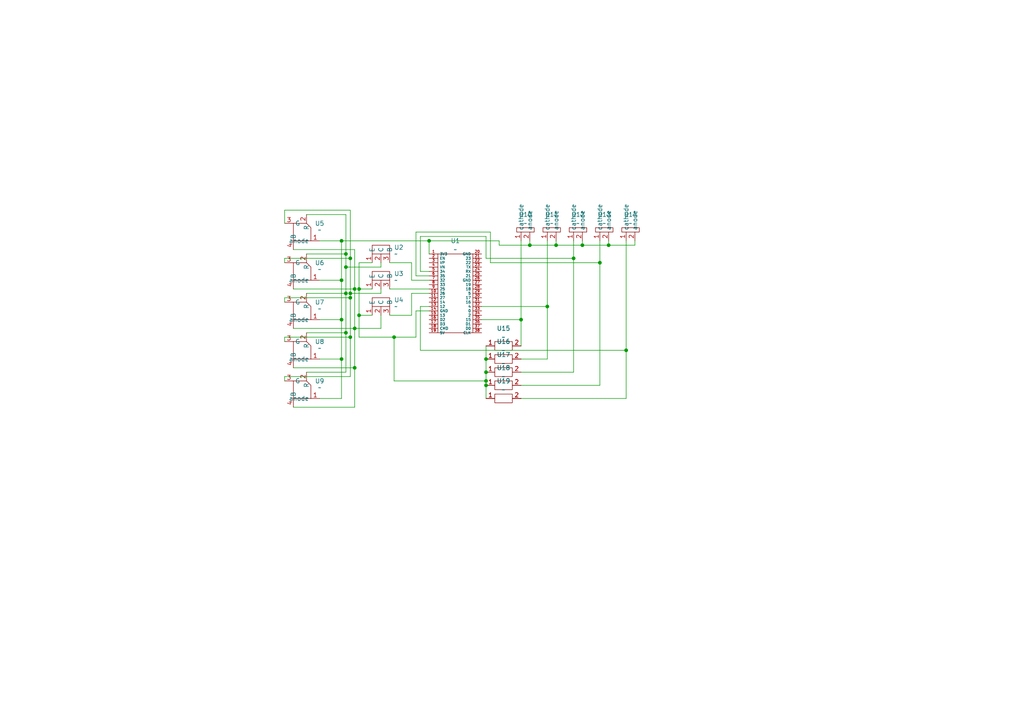
<source format=kicad_sch>
(kicad_sch
	(version 20231120)
	(generator "eeschema")
	(generator_version "8.0")
	(uuid "8e11e312-44c5-4cea-9601-db95228d81a1")
	(paper "A4")
	(lib_symbols
		(symbol "my-library:ESP32-DevKitC-32E"
			(exclude_from_sim no)
			(in_bom yes)
			(on_board yes)
			(property "Reference" "U"
				(at 0 0 0)
				(effects
					(font
						(size 1.27 1.27)
					)
				)
			)
			(property "Value" ""
				(at 0 0 0)
				(effects
					(font
						(size 1.27 1.27)
					)
				)
			)
			(property "Footprint" ""
				(at 0 0 0)
				(effects
					(font
						(size 1.27 1.27)
					)
					(hide yes)
				)
			)
			(property "Datasheet" ""
				(at 0 0 0)
				(effects
					(font
						(size 1.27 1.27)
					)
					(hide yes)
				)
			)
			(property "Description" ""
				(at 0 0 0)
				(effects
					(font
						(size 1.27 1.27)
					)
					(hide yes)
				)
			)
			(symbol "ESP32-DevKitC-32E_0_1"
				(rectangle
					(start -5.08 -11.43)
					(end 5.08 -11.43)
					(stroke
						(width 0)
						(type default)
					)
					(fill
						(type none)
					)
				)
				(rectangle
					(start -5.08 11.43)
					(end -5.08 -11.43)
					(stroke
						(width 0)
						(type default)
					)
					(fill
						(type none)
					)
				)
				(rectangle
					(start -5.08 11.43)
					(end 5.08 11.43)
					(stroke
						(width 0)
						(type default)
					)
					(fill
						(type none)
					)
				)
				(rectangle
					(start 5.08 11.43)
					(end 5.08 -11.43)
					(stroke
						(width 0)
						(type default)
					)
					(fill
						(type none)
					)
				)
			)
			(symbol "ESP32-DevKitC-32E_1_1"
				(pin passive line
					(at -7.62 11.43 0)
					(length 2.54)
					(name "3V3"
						(effects
							(font
								(size 0.762 0.762)
							)
						)
					)
					(number "1"
						(effects
							(font
								(size 0.762 0.762)
							)
						)
					)
				)
				(pin passive line
					(at -7.62 0 0)
					(length 2.54)
					(name "26"
						(effects
							(font
								(size 0.762 0.762)
							)
						)
					)
					(number "10"
						(effects
							(font
								(size 0.762 0.762)
							)
						)
					)
				)
				(pin passive line
					(at -7.62 -1.27 0)
					(length 2.54)
					(name "27"
						(effects
							(font
								(size 0.762 0.762)
							)
						)
					)
					(number "11"
						(effects
							(font
								(size 0.762 0.762)
							)
						)
					)
				)
				(pin passive line
					(at -7.62 -2.54 0)
					(length 2.54)
					(name "14"
						(effects
							(font
								(size 0.762 0.762)
							)
						)
					)
					(number "12"
						(effects
							(font
								(size 0.762 0.762)
							)
						)
					)
				)
				(pin passive line
					(at -7.62 -3.81 0)
					(length 2.54)
					(name "12"
						(effects
							(font
								(size 0.762 0.762)
							)
						)
					)
					(number "13"
						(effects
							(font
								(size 0.762 0.762)
							)
						)
					)
				)
				(pin passive line
					(at -7.62 -5.08 0)
					(length 2.54)
					(name "GND"
						(effects
							(font
								(size 0.762 0.762)
							)
						)
					)
					(number "14"
						(effects
							(font
								(size 0.762 0.762)
							)
						)
					)
				)
				(pin passive line
					(at -7.62 -6.35 0)
					(length 2.54)
					(name "13"
						(effects
							(font
								(size 0.762 0.762)
							)
						)
					)
					(number "15"
						(effects
							(font
								(size 0.762 0.762)
							)
						)
					)
				)
				(pin passive line
					(at -7.62 -7.62 0)
					(length 2.54)
					(name "D2"
						(effects
							(font
								(size 0.762 0.762)
							)
						)
					)
					(number "16"
						(effects
							(font
								(size 0.762 0.762)
							)
						)
					)
				)
				(pin passive line
					(at -7.62 -8.89 0)
					(length 2.54)
					(name "D3"
						(effects
							(font
								(size 0.762 0.762)
							)
						)
					)
					(number "17"
						(effects
							(font
								(size 0.762 0.762)
							)
						)
					)
				)
				(pin passive line
					(at -7.62 -10.16 0)
					(length 2.54)
					(name "CMD"
						(effects
							(font
								(size 0.762 0.762)
							)
						)
					)
					(number "18"
						(effects
							(font
								(size 0.762 0.762)
							)
						)
					)
				)
				(pin passive line
					(at -7.62 -11.43 0)
					(length 2.54)
					(name "5V"
						(effects
							(font
								(size 0.762 0.762)
							)
						)
					)
					(number "19"
						(effects
							(font
								(size 0.762 0.762)
							)
						)
					)
				)
				(pin passive line
					(at -7.62 10.16 0)
					(length 2.54)
					(name "EN"
						(effects
							(font
								(size 0.762 0.762)
							)
						)
					)
					(number "2"
						(effects
							(font
								(size 0.762 0.762)
							)
						)
					)
				)
				(pin passive line
					(at 7.62 11.43 180)
					(length 2.54)
					(name "GND"
						(effects
							(font
								(size 0.762 0.762)
							)
						)
					)
					(number "20"
						(effects
							(font
								(size 0.762 0.762)
							)
						)
					)
				)
				(pin passive line
					(at 7.62 10.16 180)
					(length 2.54)
					(name "23"
						(effects
							(font
								(size 0.762 0.762)
							)
						)
					)
					(number "21"
						(effects
							(font
								(size 0.762 0.762)
							)
						)
					)
				)
				(pin passive line
					(at 7.62 8.89 180)
					(length 2.54)
					(name "22"
						(effects
							(font
								(size 0.762 0.762)
							)
						)
					)
					(number "22"
						(effects
							(font
								(size 0.762 0.762)
							)
						)
					)
				)
				(pin passive line
					(at 7.62 7.62 180)
					(length 2.54)
					(name "TX"
						(effects
							(font
								(size 0.762 0.762)
							)
						)
					)
					(number "23"
						(effects
							(font
								(size 0.762 0.762)
							)
						)
					)
				)
				(pin passive line
					(at 7.62 6.35 180)
					(length 2.54)
					(name "RX"
						(effects
							(font
								(size 0.762 0.762)
							)
						)
					)
					(number "24"
						(effects
							(font
								(size 0.762 0.762)
							)
						)
					)
				)
				(pin passive line
					(at 7.62 5.08 180)
					(length 2.54)
					(name "21"
						(effects
							(font
								(size 0.762 0.762)
							)
						)
					)
					(number "25"
						(effects
							(font
								(size 0.762 0.762)
							)
						)
					)
				)
				(pin passive line
					(at 7.62 3.81 180)
					(length 2.54)
					(name "GND"
						(effects
							(font
								(size 0.762 0.762)
							)
						)
					)
					(number "26"
						(effects
							(font
								(size 0.762 0.762)
							)
						)
					)
				)
				(pin passive line
					(at 7.62 2.54 180)
					(length 2.54)
					(name "19"
						(effects
							(font
								(size 0.762 0.762)
							)
						)
					)
					(number "27"
						(effects
							(font
								(size 0.762 0.762)
							)
						)
					)
				)
				(pin passive line
					(at 7.62 1.27 180)
					(length 2.54)
					(name "18"
						(effects
							(font
								(size 0.762 0.762)
							)
						)
					)
					(number "28"
						(effects
							(font
								(size 0.762 0.762)
							)
						)
					)
				)
				(pin passive line
					(at 7.62 0 180)
					(length 2.54)
					(name "5"
						(effects
							(font
								(size 0.762 0.762)
							)
						)
					)
					(number "29"
						(effects
							(font
								(size 0.762 0.762)
							)
						)
					)
				)
				(pin passive line
					(at -7.62 8.89 0)
					(length 2.54)
					(name "VP"
						(effects
							(font
								(size 0.762 0.762)
							)
						)
					)
					(number "3"
						(effects
							(font
								(size 0.762 0.762)
							)
						)
					)
				)
				(pin passive line
					(at 7.62 -1.27 180)
					(length 2.54)
					(name "17"
						(effects
							(font
								(size 0.762 0.762)
							)
						)
					)
					(number "30"
						(effects
							(font
								(size 0.762 0.762)
							)
						)
					)
				)
				(pin passive line
					(at 7.62 -2.54 180)
					(length 2.54)
					(name "16"
						(effects
							(font
								(size 0.762 0.762)
							)
						)
					)
					(number "31"
						(effects
							(font
								(size 0.762 0.762)
							)
						)
					)
				)
				(pin passive line
					(at 7.62 -3.81 180)
					(length 2.54)
					(name "4"
						(effects
							(font
								(size 0.762 0.762)
							)
						)
					)
					(number "32"
						(effects
							(font
								(size 0.762 0.762)
							)
						)
					)
				)
				(pin passive line
					(at 7.62 -5.08 180)
					(length 2.54)
					(name "0"
						(effects
							(font
								(size 0.762 0.762)
							)
						)
					)
					(number "33"
						(effects
							(font
								(size 0.762 0.762)
							)
						)
					)
				)
				(pin passive line
					(at 7.62 -6.35 180)
					(length 2.54)
					(name "2"
						(effects
							(font
								(size 0.762 0.762)
							)
						)
					)
					(number "34"
						(effects
							(font
								(size 0.762 0.762)
							)
						)
					)
				)
				(pin passive line
					(at 7.62 -7.62 180)
					(length 2.54)
					(name "15"
						(effects
							(font
								(size 0.762 0.762)
							)
						)
					)
					(number "35"
						(effects
							(font
								(size 0.762 0.762)
							)
						)
					)
				)
				(pin passive line
					(at 7.62 -8.89 180)
					(length 2.54)
					(name "D1"
						(effects
							(font
								(size 0.762 0.762)
							)
						)
					)
					(number "36"
						(effects
							(font
								(size 0.762 0.762)
							)
						)
					)
				)
				(pin passive line
					(at 7.62 -10.16 180)
					(length 2.54)
					(name "D0"
						(effects
							(font
								(size 0.762 0.762)
							)
						)
					)
					(number "37"
						(effects
							(font
								(size 0.762 0.762)
							)
						)
					)
				)
				(pin passive line
					(at 7.62 -11.43 180)
					(length 2.54)
					(name "CLK"
						(effects
							(font
								(size 0.762 0.762)
							)
						)
					)
					(number "38"
						(effects
							(font
								(size 0.762 0.762)
							)
						)
					)
				)
				(pin passive line
					(at -7.62 7.62 0)
					(length 2.54)
					(name "VN"
						(effects
							(font
								(size 0.762 0.762)
							)
						)
					)
					(number "4"
						(effects
							(font
								(size 0.762 0.762)
							)
						)
					)
				)
				(pin passive line
					(at -7.62 6.35 0)
					(length 2.54)
					(name "34"
						(effects
							(font
								(size 0.762 0.762)
							)
						)
					)
					(number "5"
						(effects
							(font
								(size 0.762 0.762)
							)
						)
					)
				)
				(pin passive line
					(at -7.62 5.08 0)
					(length 2.54)
					(name "35"
						(effects
							(font
								(size 0.762 0.762)
							)
						)
					)
					(number "6"
						(effects
							(font
								(size 0.762 0.762)
							)
						)
					)
				)
				(pin passive line
					(at -7.62 3.81 0)
					(length 2.54)
					(name "32"
						(effects
							(font
								(size 0.762 0.762)
							)
						)
					)
					(number "7"
						(effects
							(font
								(size 0.762 0.762)
							)
						)
					)
				)
				(pin passive line
					(at -7.62 2.54 0)
					(length 2.54)
					(name "33"
						(effects
							(font
								(size 0.762 0.762)
							)
						)
					)
					(number "8"
						(effects
							(font
								(size 0.762 0.762)
							)
						)
					)
				)
				(pin passive line
					(at -7.62 1.27 0)
					(length 2.54)
					(name "25"
						(effects
							(font
								(size 0.762 0.762)
							)
						)
					)
					(number "9"
						(effects
							(font
								(size 0.762 0.762)
							)
						)
					)
				)
			)
		)
		(symbol "my-library:OSTBMAZ2C1D-LED"
			(exclude_from_sim no)
			(in_bom yes)
			(on_board yes)
			(property "Reference" "U"
				(at 0 0 0)
				(effects
					(font
						(size 1.27 1.27)
					)
				)
			)
			(property "Value" ""
				(at 0 0 0)
				(effects
					(font
						(size 1.27 1.27)
					)
				)
			)
			(property "Footprint" ""
				(at 0 0 0)
				(effects
					(font
						(size 1.27 1.27)
					)
					(hide yes)
				)
			)
			(property "Datasheet" ""
				(at 0 0 0)
				(effects
					(font
						(size 1.27 1.27)
					)
					(hide yes)
				)
			)
			(property "Description" ""
				(at 0 0 0)
				(effects
					(font
						(size 1.27 1.27)
					)
					(hide yes)
				)
			)
			(symbol "OSTBMAZ2C1D-LED_0_1"
				(polyline
					(pts
						(xy -2.54 2.54) (xy -2.54 -2.54) (xy 2.54 -2.54) (xy 2.54 1.27) (xy 1.27 2.54) (xy -2.54 2.54)
					)
					(stroke
						(width 0)
						(type default)
					)
					(fill
						(type none)
					)
				)
			)
			(symbol "OSTBMAZ2C1D-LED_1_1"
				(pin passive line
					(at 5.08 -2.54 180)
					(length 2.54)
					(name "anode"
						(effects
							(font
								(size 1.27 1.27)
							)
						)
					)
					(number "1"
						(effects
							(font
								(size 1.27 1.27)
							)
						)
					)
				)
				(pin passive line
					(at 1.27 5.08 270)
					(length 2.54)
					(name "R"
						(effects
							(font
								(size 1.27 1.27)
							)
						)
					)
					(number "2"
						(effects
							(font
								(size 1.27 1.27)
							)
						)
					)
				)
				(pin passive line
					(at -5.08 2.54 0)
					(length 2.54)
					(name "G"
						(effects
							(font
								(size 1.27 1.27)
							)
						)
					)
					(number "3"
						(effects
							(font
								(size 1.27 1.27)
							)
						)
					)
				)
				(pin passive line
					(at -2.54 -5.08 90)
					(length 2.54)
					(name "B"
						(effects
							(font
								(size 1.27 1.27)
							)
						)
					)
					(number "4"
						(effects
							(font
								(size 1.27 1.27)
							)
						)
					)
				)
			)
		)
		(symbol "my-library:resistance"
			(exclude_from_sim no)
			(in_bom yes)
			(on_board yes)
			(property "Reference" "U"
				(at 0 0 0)
				(effects
					(font
						(size 1.27 1.27)
					)
				)
			)
			(property "Value" ""
				(at 0 0 0)
				(effects
					(font
						(size 1.27 1.27)
					)
				)
			)
			(property "Footprint" ""
				(at 0 0 0)
				(effects
					(font
						(size 1.27 1.27)
					)
					(hide yes)
				)
			)
			(property "Datasheet" ""
				(at 0 0 0)
				(effects
					(font
						(size 1.27 1.27)
					)
					(hide yes)
				)
			)
			(property "Description" ""
				(at 0 0 0)
				(effects
					(font
						(size 1.27 1.27)
					)
					(hide yes)
				)
			)
			(symbol "resistance_0_1"
				(rectangle
					(start -2.54 1.27)
					(end 2.54 -1.27)
					(stroke
						(width 0)
						(type default)
					)
					(fill
						(type none)
					)
				)
			)
			(symbol "resistance_1_1"
				(pin passive line
					(at -5.08 0 0)
					(length 2.54)
					(name ""
						(effects
							(font
								(size 1.27 1.27)
							)
						)
					)
					(number "1"
						(effects
							(font
								(size 1.27 1.27)
							)
						)
					)
				)
				(pin passive line
					(at 5.08 0 180)
					(length 2.54)
					(name ""
						(effects
							(font
								(size 1.27 1.27)
							)
						)
					)
					(number "2"
						(effects
							(font
								(size 1.27 1.27)
							)
						)
					)
				)
			)
		)
		(symbol "my-library:トランジスタ"
			(exclude_from_sim no)
			(in_bom yes)
			(on_board yes)
			(property "Reference" "U"
				(at 0 0 0)
				(effects
					(font
						(size 1.27 1.27)
					)
				)
			)
			(property "Value" ""
				(at 0 0 0)
				(effects
					(font
						(size 1.27 1.27)
					)
				)
			)
			(property "Footprint" ""
				(at 0 0 0)
				(effects
					(font
						(size 1.27 1.27)
					)
					(hide yes)
				)
			)
			(property "Datasheet" ""
				(at 0 0 0)
				(effects
					(font
						(size 1.27 1.27)
					)
					(hide yes)
				)
			)
			(property "Description" ""
				(at 0 0 0)
				(effects
					(font
						(size 1.27 1.27)
					)
					(hide yes)
				)
			)
			(symbol "トランジスタ_0_1"
				(rectangle
					(start -2.54 1.27)
					(end 2.54 -1.27)
					(stroke
						(width 0)
						(type default)
					)
					(fill
						(type none)
					)
				)
			)
			(symbol "トランジスタ_1_1"
				(pin passive line
					(at -2.54 -3.81 90)
					(length 2.54)
					(name "E"
						(effects
							(font
								(size 1.27 1.27)
							)
						)
					)
					(number "1"
						(effects
							(font
								(size 1.27 1.27)
							)
						)
					)
				)
				(pin passive line
					(at 0 -3.81 90)
					(length 2.54)
					(name "C"
						(effects
							(font
								(size 1.27 1.27)
							)
						)
					)
					(number "2"
						(effects
							(font
								(size 1.27 1.27)
							)
						)
					)
				)
				(pin passive line
					(at 2.54 -3.81 90)
					(length 2.54)
					(name "B"
						(effects
							(font
								(size 1.27 1.27)
							)
						)
					)
					(number "3"
						(effects
							(font
								(size 1.27 1.27)
							)
						)
					)
				)
			)
		)
		(symbol "my-library:フォトトランジスタ"
			(exclude_from_sim no)
			(in_bom yes)
			(on_board yes)
			(property "Reference" "U"
				(at 0 0 0)
				(effects
					(font
						(size 1.27 1.27)
					)
				)
			)
			(property "Value" ""
				(at 0 0 0)
				(effects
					(font
						(size 1.27 1.27)
					)
				)
			)
			(property "Footprint" ""
				(at 0 0 0)
				(effects
					(font
						(size 1.27 1.27)
					)
					(hide yes)
				)
			)
			(property "Datasheet" ""
				(at 0 0 0)
				(effects
					(font
						(size 1.27 1.27)
					)
					(hide yes)
				)
			)
			(property "Description" ""
				(at 0 0 0)
				(effects
					(font
						(size 1.27 1.27)
					)
					(hide yes)
				)
			)
			(symbol "フォトトランジスタ_0_1"
				(rectangle
					(start -2.54 3.81)
					(end 2.54 2.54)
					(stroke
						(width 0)
						(type default)
					)
					(fill
						(type none)
					)
				)
			)
			(symbol "フォトトランジスタ_1_1"
				(pin passive line
					(at -1.27 0 90)
					(length 2.54)
					(name "cathode"
						(effects
							(font
								(size 1.27 1.27)
							)
						)
					)
					(number "1"
						(effects
							(font
								(size 1.27 1.27)
							)
						)
					)
				)
				(pin passive line
					(at 1.27 0 90)
					(length 2.54)
					(name "anode"
						(effects
							(font
								(size 1.27 1.27)
							)
						)
					)
					(number "2"
						(effects
							(font
								(size 1.27 1.27)
							)
						)
					)
				)
			)
		)
	)
	(junction
		(at 101.6 97.79)
		(diameter 0)
		(color 0 0 0 0)
		(uuid "020c6279-daf9-4e8c-91cc-538d9a45ce45")
	)
	(junction
		(at 181.61 101.6)
		(diameter 0)
		(color 0 0 0 0)
		(uuid "069c772e-ba96-431c-9ac1-b75a1a4ec6b1")
	)
	(junction
		(at 161.29 71.12)
		(diameter 0)
		(color 0 0 0 0)
		(uuid "0df3ad1a-cf6b-49d0-bc9a-8ab3af1a412a")
	)
	(junction
		(at 153.67 71.12)
		(diameter 0)
		(color 0 0 0 0)
		(uuid "150a51a1-c0a6-4591-a7eb-173eebcfd342")
	)
	(junction
		(at 151.13 92.71)
		(diameter 0)
		(color 0 0 0 0)
		(uuid "3119befe-1f7e-4c11-8b68-d7f27d29c52b")
	)
	(junction
		(at 114.3 97.79)
		(diameter 0)
		(color 0 0 0 0)
		(uuid "357da7d0-9470-437b-a385-ffa823108d53")
	)
	(junction
		(at 99.06 92.71)
		(diameter 0)
		(color 0 0 0 0)
		(uuid "3be76239-7f77-4eee-b4fb-6cd4658a823b")
	)
	(junction
		(at 173.99 76.2)
		(diameter 0)
		(color 0 0 0 0)
		(uuid "3fd0fc6e-743b-4a1a-879a-8d75317ca4ef")
	)
	(junction
		(at 101.6 74.93)
		(diameter 0)
		(color 0 0 0 0)
		(uuid "44528a1c-8834-4424-afd2-729b7763b5aa")
	)
	(junction
		(at 166.37 74.93)
		(diameter 0)
		(color 0 0 0 0)
		(uuid "493d4d26-639f-47ef-bb30-3072c003ecf0")
	)
	(junction
		(at 99.06 81.28)
		(diameter 0)
		(color 0 0 0 0)
		(uuid "4fa655f5-c9ef-4fdf-91f2-e176fa82daea")
	)
	(junction
		(at 140.97 111.76)
		(diameter 0)
		(color 0 0 0 0)
		(uuid "60f0ba97-dd02-476a-a8bc-3b54c07ea796")
	)
	(junction
		(at 140.97 107.95)
		(diameter 0)
		(color 0 0 0 0)
		(uuid "679a8cc4-e66d-4adf-b34c-932a69ca48f1")
	)
	(junction
		(at 176.53 71.12)
		(diameter 0)
		(color 0 0 0 0)
		(uuid "707e6e56-a582-44aa-b477-c955ab1a8abc")
	)
	(junction
		(at 100.33 73.66)
		(diameter 0)
		(color 0 0 0 0)
		(uuid "71adcd6c-9b74-458b-9b7a-ade1b5298e2d")
	)
	(junction
		(at 102.87 83.82)
		(diameter 0)
		(color 0 0 0 0)
		(uuid "7338edb0-4174-4040-bdac-a95b06978ab3")
	)
	(junction
		(at 102.87 106.68)
		(diameter 0)
		(color 0 0 0 0)
		(uuid "7d8079b1-9202-4dba-ab20-cfe743f40f8f")
	)
	(junction
		(at 140.97 110.49)
		(diameter 0)
		(color 0 0 0 0)
		(uuid "7fce5495-cdd3-4021-8d1f-92859b277f60")
	)
	(junction
		(at 102.87 95.25)
		(diameter 0)
		(color 0 0 0 0)
		(uuid "861665d6-c304-42dd-8e45-51dbbb984d03")
	)
	(junction
		(at 100.33 85.09)
		(diameter 0)
		(color 0 0 0 0)
		(uuid "a0ef8fbc-12f8-40cc-b022-174af53837be")
	)
	(junction
		(at 104.14 83.82)
		(diameter 0)
		(color 0 0 0 0)
		(uuid "aaef4e6d-2930-426e-86b5-dd6fae6c363b")
	)
	(junction
		(at 100.33 96.52)
		(diameter 0)
		(color 0 0 0 0)
		(uuid "afb04521-822d-4582-a767-dc983eaaf93e")
	)
	(junction
		(at 99.06 104.14)
		(diameter 0)
		(color 0 0 0 0)
		(uuid "aff8243e-3f3a-4a52-bfa1-8c81fe61ab10")
	)
	(junction
		(at 99.06 69.85)
		(diameter 0)
		(color 0 0 0 0)
		(uuid "b3ea12e2-bfd2-439a-8fd9-f1cbf383c0fa")
	)
	(junction
		(at 100.33 77.47)
		(diameter 0)
		(color 0 0 0 0)
		(uuid "c037899c-064a-40d0-aff3-d9653f39161e")
	)
	(junction
		(at 158.75 88.9)
		(diameter 0)
		(color 0 0 0 0)
		(uuid "d3dbd82f-d5ab-4162-8e11-03877deab4f5")
	)
	(junction
		(at 101.6 86.36)
		(diameter 0)
		(color 0 0 0 0)
		(uuid "ea8fa6e3-ed8b-4a2b-9f8f-8c5fdeed54b3")
	)
	(junction
		(at 104.14 91.44)
		(diameter 0)
		(color 0 0 0 0)
		(uuid "efc2d1f4-0b00-4586-b9bb-cdb2e2772e04")
	)
	(junction
		(at 124.46 69.85)
		(diameter 0)
		(color 0 0 0 0)
		(uuid "f424f7fd-f91e-49bc-ad92-b90d42b40e99")
	)
	(junction
		(at 101.6 85.09)
		(diameter 0)
		(color 0 0 0 0)
		(uuid "f93b4723-4645-44eb-addc-c93aa442a134")
	)
	(junction
		(at 168.91 71.12)
		(diameter 0)
		(color 0 0 0 0)
		(uuid "fb7ef030-afa8-410d-bb99-997aa82cb26e")
	)
	(junction
		(at 140.97 104.14)
		(diameter 0)
		(color 0 0 0 0)
		(uuid "fd300bcd-c6b2-462b-8bb6-2e1971c8a78c")
	)
	(wire
		(pts
			(xy 121.92 68.58) (xy 121.92 78.74)
		)
		(stroke
			(width 0)
			(type default)
		)
		(uuid "0012452c-36f7-446f-ad63-d5f8951f485a")
	)
	(wire
		(pts
			(xy 144.78 69.85) (xy 144.78 71.12)
		)
		(stroke
			(width 0)
			(type default)
		)
		(uuid "003a61dd-cf5e-4f0b-a6d7-1446bcbc32ba")
	)
	(wire
		(pts
			(xy 119.38 81.28) (xy 119.38 76.2)
		)
		(stroke
			(width 0)
			(type default)
		)
		(uuid "0173da7f-3592-4010-90b2-3171fc509ef7")
	)
	(wire
		(pts
			(xy 168.91 69.85) (xy 168.91 71.12)
		)
		(stroke
			(width 0)
			(type default)
		)
		(uuid "024d0ead-0e48-4c65-8514-30c33fd5ddb1")
	)
	(wire
		(pts
			(xy 119.38 91.44) (xy 113.03 91.44)
		)
		(stroke
			(width 0)
			(type default)
		)
		(uuid "04b5bc50-363c-4ddf-a088-26f3a3ac401f")
	)
	(wire
		(pts
			(xy 99.06 115.57) (xy 92.71 115.57)
		)
		(stroke
			(width 0)
			(type default)
		)
		(uuid "06055aa8-8e96-43a7-851f-cef273143f9c")
	)
	(wire
		(pts
			(xy 140.97 74.93) (xy 140.97 68.58)
		)
		(stroke
			(width 0)
			(type default)
		)
		(uuid "089f27e5-9528-4e9d-b9fd-a0506b604b1d")
	)
	(wire
		(pts
			(xy 100.33 85.09) (xy 88.9 85.09)
		)
		(stroke
			(width 0)
			(type default)
		)
		(uuid "0b9cb4cf-22fe-4b05-881c-cad212ae7e74")
	)
	(wire
		(pts
			(xy 104.14 91.44) (xy 104.14 83.82)
		)
		(stroke
			(width 0)
			(type default)
		)
		(uuid "0d93549c-b07d-4f0d-9646-2ff3f68d79fb")
	)
	(wire
		(pts
			(xy 140.97 107.95) (xy 140.97 110.49)
		)
		(stroke
			(width 0)
			(type default)
		)
		(uuid "11f4903a-059c-4a1a-997a-8b293b3f8a32")
	)
	(wire
		(pts
			(xy 140.97 111.76) (xy 140.97 115.57)
		)
		(stroke
			(width 0)
			(type default)
		)
		(uuid "14c95da6-d643-477b-8ac8-e7cf409f6d7a")
	)
	(wire
		(pts
			(xy 173.99 76.2) (xy 142.24 76.2)
		)
		(stroke
			(width 0)
			(type default)
		)
		(uuid "15aa5ba2-f16e-4c72-81bf-176b1c46552c")
	)
	(wire
		(pts
			(xy 100.33 77.47) (xy 100.33 85.09)
		)
		(stroke
			(width 0)
			(type default)
		)
		(uuid "15e65913-d324-40af-9ff2-01322c3e062b")
	)
	(wire
		(pts
			(xy 161.29 69.85) (xy 161.29 71.12)
		)
		(stroke
			(width 0)
			(type default)
		)
		(uuid "16bd39b2-6c69-4beb-a55c-c1fad0c4cc65")
	)
	(wire
		(pts
			(xy 99.06 104.14) (xy 99.06 115.57)
		)
		(stroke
			(width 0)
			(type default)
		)
		(uuid "17539e53-35a3-4625-b08e-ca222a70f7ee")
	)
	(wire
		(pts
			(xy 82.55 60.96) (xy 82.55 64.77)
		)
		(stroke
			(width 0)
			(type default)
		)
		(uuid "18037c25-c582-4217-a186-cc820baa80fa")
	)
	(wire
		(pts
			(xy 181.61 69.85) (xy 181.61 101.6)
		)
		(stroke
			(width 0)
			(type default)
		)
		(uuid "18a68178-7eb9-4fcf-926a-bcc9bb27caa6")
	)
	(wire
		(pts
			(xy 124.46 69.85) (xy 144.78 69.85)
		)
		(stroke
			(width 0)
			(type default)
		)
		(uuid "1b8032dd-71da-4f9c-ae3b-5b4a4cd349a3")
	)
	(wire
		(pts
			(xy 101.6 109.22) (xy 82.55 109.22)
		)
		(stroke
			(width 0)
			(type default)
		)
		(uuid "215b7b73-f955-4acb-847d-6b8b13edd503")
	)
	(wire
		(pts
			(xy 166.37 74.93) (xy 166.37 107.95)
		)
		(stroke
			(width 0)
			(type default)
		)
		(uuid "2456ff58-101d-4402-8c63-10d8ad461841")
	)
	(wire
		(pts
			(xy 114.3 97.79) (xy 104.14 97.79)
		)
		(stroke
			(width 0)
			(type default)
		)
		(uuid "28b89209-1ff9-4f33-b99d-d60ca13c0db3")
	)
	(wire
		(pts
			(xy 110.49 76.2) (xy 110.49 77.47)
		)
		(stroke
			(width 0)
			(type default)
		)
		(uuid "28dfd3e3-6687-4762-879f-1ec5fef085b5")
	)
	(wire
		(pts
			(xy 151.13 92.71) (xy 151.13 100.33)
		)
		(stroke
			(width 0)
			(type default)
		)
		(uuid "2e632670-2095-4b62-bf4b-497ae6e386bd")
	)
	(wire
		(pts
			(xy 82.55 86.36) (xy 82.55 87.63)
		)
		(stroke
			(width 0)
			(type default)
		)
		(uuid "2f893527-6789-43c7-8a66-e78da118fa1d")
	)
	(wire
		(pts
			(xy 100.33 73.66) (xy 100.33 77.47)
		)
		(stroke
			(width 0)
			(type default)
		)
		(uuid "31c89862-f44a-4052-a2c6-77297f2ce553")
	)
	(wire
		(pts
			(xy 99.06 104.14) (xy 92.71 104.14)
		)
		(stroke
			(width 0)
			(type default)
		)
		(uuid "32167b1c-372c-42dd-b3ef-e438b661cf61")
	)
	(wire
		(pts
			(xy 99.06 81.28) (xy 92.71 81.28)
		)
		(stroke
			(width 0)
			(type default)
		)
		(uuid "3261c71c-2475-4ed7-a823-1fbb78b51d6d")
	)
	(wire
		(pts
			(xy 158.75 88.9) (xy 158.75 104.14)
		)
		(stroke
			(width 0)
			(type default)
		)
		(uuid "33da7f72-00bf-46f5-ae9d-2de17a779ab0")
	)
	(wire
		(pts
			(xy 104.14 83.82) (xy 107.95 83.82)
		)
		(stroke
			(width 0)
			(type default)
		)
		(uuid "3537b3f4-4da4-4527-aaff-680a14690be5")
	)
	(wire
		(pts
			(xy 100.33 107.95) (xy 88.9 107.95)
		)
		(stroke
			(width 0)
			(type default)
		)
		(uuid "3573f7a8-93cd-4e72-acad-e82e57aa342c")
	)
	(wire
		(pts
			(xy 166.37 74.93) (xy 140.97 74.93)
		)
		(stroke
			(width 0)
			(type default)
		)
		(uuid "36546f8b-79ad-42d3-ad36-6711ad64174c")
	)
	(wire
		(pts
			(xy 101.6 85.09) (xy 101.6 74.93)
		)
		(stroke
			(width 0)
			(type default)
		)
		(uuid "393b160a-822f-4b63-b307-df98d56fbdc0")
	)
	(wire
		(pts
			(xy 102.87 83.82) (xy 102.87 72.39)
		)
		(stroke
			(width 0)
			(type default)
		)
		(uuid "3a605d6d-c38e-491a-9894-a78de3ec142a")
	)
	(wire
		(pts
			(xy 92.71 69.85) (xy 99.06 69.85)
		)
		(stroke
			(width 0)
			(type default)
		)
		(uuid "3de77237-e301-483e-a1fa-c41349f4fb44")
	)
	(wire
		(pts
			(xy 110.49 77.47) (xy 100.33 77.47)
		)
		(stroke
			(width 0)
			(type default)
		)
		(uuid "419f2d00-504d-467c-8cb6-a3b2a3ca73e0")
	)
	(wire
		(pts
			(xy 140.97 104.14) (xy 140.97 107.95)
		)
		(stroke
			(width 0)
			(type default)
		)
		(uuid "42165298-a5b1-49fa-8aa4-c22b8126d26d")
	)
	(wire
		(pts
			(xy 102.87 95.25) (xy 85.09 95.25)
		)
		(stroke
			(width 0)
			(type default)
		)
		(uuid "439e7258-ea0e-44e4-aac3-e4ab8079b2e6")
	)
	(wire
		(pts
			(xy 153.67 71.12) (xy 161.29 71.12)
		)
		(stroke
			(width 0)
			(type default)
		)
		(uuid "46b229c7-4392-4bce-913d-a77c51b4f954")
	)
	(wire
		(pts
			(xy 173.99 111.76) (xy 151.13 111.76)
		)
		(stroke
			(width 0)
			(type default)
		)
		(uuid "46ca6342-c3cf-40bb-a25f-8e619ab3daf1")
	)
	(wire
		(pts
			(xy 144.78 71.12) (xy 153.67 71.12)
		)
		(stroke
			(width 0)
			(type default)
		)
		(uuid "47f6d1c8-834f-4797-906e-84cd63e11ea5")
	)
	(wire
		(pts
			(xy 114.3 110.49) (xy 114.3 97.79)
		)
		(stroke
			(width 0)
			(type default)
		)
		(uuid "4a8450fd-29aa-40f6-8b37-660441ff4396")
	)
	(wire
		(pts
			(xy 142.24 76.2) (xy 142.24 67.31)
		)
		(stroke
			(width 0)
			(type default)
		)
		(uuid "4c84cf4f-8a03-40ad-a8e9-1735cd689622")
	)
	(wire
		(pts
			(xy 99.06 69.85) (xy 99.06 81.28)
		)
		(stroke
			(width 0)
			(type default)
		)
		(uuid "4d48d315-7558-4b4d-8686-53100ea92092")
	)
	(wire
		(pts
			(xy 120.65 97.79) (xy 114.3 97.79)
		)
		(stroke
			(width 0)
			(type default)
		)
		(uuid "4d57ab7a-9dce-44e4-8832-b3180daa2af2")
	)
	(wire
		(pts
			(xy 184.15 71.12) (xy 184.15 69.85)
		)
		(stroke
			(width 0)
			(type default)
		)
		(uuid "4e015dec-0f1d-4887-80e1-64848a915c4d")
	)
	(wire
		(pts
			(xy 124.46 81.28) (xy 119.38 81.28)
		)
		(stroke
			(width 0)
			(type default)
		)
		(uuid "525db48c-436a-4162-bc39-1854df0555fb")
	)
	(wire
		(pts
			(xy 99.06 92.71) (xy 99.06 104.14)
		)
		(stroke
			(width 0)
			(type default)
		)
		(uuid "551d9b28-1392-4002-a6ba-11c3975c9daf")
	)
	(wire
		(pts
			(xy 100.33 96.52) (xy 88.9 96.52)
		)
		(stroke
			(width 0)
			(type default)
		)
		(uuid "558de816-9ccc-4f3d-ace6-dce1aed845b1")
	)
	(wire
		(pts
			(xy 101.6 85.09) (xy 101.6 86.36)
		)
		(stroke
			(width 0)
			(type default)
		)
		(uuid "5696da0c-e9f2-4982-a666-8426a23deac1")
	)
	(wire
		(pts
			(xy 82.55 109.22) (xy 82.55 110.49)
		)
		(stroke
			(width 0)
			(type default)
		)
		(uuid "581f270f-f711-4c60-a9c9-1a414ee35240")
	)
	(wire
		(pts
			(xy 176.53 71.12) (xy 184.15 71.12)
		)
		(stroke
			(width 0)
			(type default)
		)
		(uuid "613725ac-8fad-40a0-aaf1-b506e4474fc1")
	)
	(wire
		(pts
			(xy 110.49 85.09) (xy 101.6 85.09)
		)
		(stroke
			(width 0)
			(type default)
		)
		(uuid "657cee06-eed9-4268-a4ae-7cb1f4389e28")
	)
	(wire
		(pts
			(xy 161.29 71.12) (xy 168.91 71.12)
		)
		(stroke
			(width 0)
			(type default)
		)
		(uuid "69a39d35-b343-4b5c-a49a-86163ba5f07d")
	)
	(wire
		(pts
			(xy 102.87 106.68) (xy 85.09 106.68)
		)
		(stroke
			(width 0)
			(type default)
		)
		(uuid "6fd677ed-6406-4b34-9e81-13894aba7bf1")
	)
	(wire
		(pts
			(xy 104.14 91.44) (xy 107.95 91.44)
		)
		(stroke
			(width 0)
			(type default)
		)
		(uuid "70449870-69d0-4e24-92f3-cf3f00201de5")
	)
	(wire
		(pts
			(xy 100.33 62.23) (xy 88.9 62.23)
		)
		(stroke
			(width 0)
			(type default)
		)
		(uuid "72fcd5d4-8a9d-4a44-a579-26d49113f4cb")
	)
	(wire
		(pts
			(xy 120.65 80.01) (xy 124.46 80.01)
		)
		(stroke
			(width 0)
			(type default)
		)
		(uuid "7380d21c-a38e-4c72-a920-9a92e9fed3c4")
	)
	(wire
		(pts
			(xy 173.99 76.2) (xy 173.99 111.76)
		)
		(stroke
			(width 0)
			(type default)
		)
		(uuid "746a68f9-cb5b-4037-a1a4-36b61ab5d691")
	)
	(wire
		(pts
			(xy 158.75 104.14) (xy 151.13 104.14)
		)
		(stroke
			(width 0)
			(type default)
		)
		(uuid "753c9a6a-2650-4db9-a87e-db446848ee74")
	)
	(wire
		(pts
			(xy 82.55 74.93) (xy 82.55 76.2)
		)
		(stroke
			(width 0)
			(type default)
		)
		(uuid "7967b0c3-d47c-485b-8677-b2061ad0ff2d")
	)
	(wire
		(pts
			(xy 119.38 76.2) (xy 113.03 76.2)
		)
		(stroke
			(width 0)
			(type default)
		)
		(uuid "82680f6b-b7dd-4b8c-a8ef-54ab3e0c66b7")
	)
	(wire
		(pts
			(xy 99.06 69.85) (xy 124.46 69.85)
		)
		(stroke
			(width 0)
			(type default)
		)
		(uuid "8269d1ec-f70a-4c27-a442-3d07484cecb6")
	)
	(wire
		(pts
			(xy 101.6 97.79) (xy 101.6 109.22)
		)
		(stroke
			(width 0)
			(type default)
		)
		(uuid "82add2c7-ae4d-4898-bbae-c93f1774816f")
	)
	(wire
		(pts
			(xy 142.24 67.31) (xy 120.65 67.31)
		)
		(stroke
			(width 0)
			(type default)
		)
		(uuid "82ca49c7-085f-4a8f-939b-cae10508a8fb")
	)
	(wire
		(pts
			(xy 100.33 96.52) (xy 100.33 107.95)
		)
		(stroke
			(width 0)
			(type default)
		)
		(uuid "837f3c60-e00f-4148-bb7a-b1faaab4b04e")
	)
	(wire
		(pts
			(xy 101.6 86.36) (xy 101.6 97.79)
		)
		(stroke
			(width 0)
			(type default)
		)
		(uuid "87cbf0e2-904c-4e6a-a56c-7b5a53c8efed")
	)
	(wire
		(pts
			(xy 153.67 69.85) (xy 153.67 71.12)
		)
		(stroke
			(width 0)
			(type default)
		)
		(uuid "89eecadf-b792-4e4d-b547-5ed0ef61f79f")
	)
	(wire
		(pts
			(xy 88.9 73.66) (xy 100.33 73.66)
		)
		(stroke
			(width 0)
			(type default)
		)
		(uuid "8c5e4681-2955-4f03-9194-53c9e4f401cf")
	)
	(wire
		(pts
			(xy 166.37 107.95) (xy 151.13 107.95)
		)
		(stroke
			(width 0)
			(type default)
		)
		(uuid "8ec6c0ec-2a2b-41f1-a071-f80454d9c16e")
	)
	(wire
		(pts
			(xy 85.09 83.82) (xy 102.87 83.82)
		)
		(stroke
			(width 0)
			(type default)
		)
		(uuid "94be8043-52e7-4350-8042-1bce40cb2558")
	)
	(wire
		(pts
			(xy 104.14 76.2) (xy 107.95 76.2)
		)
		(stroke
			(width 0)
			(type default)
		)
		(uuid "95f88b96-33ff-41a3-8c98-b8f2feb0702a")
	)
	(wire
		(pts
			(xy 124.46 69.85) (xy 124.46 73.66)
		)
		(stroke
			(width 0)
			(type default)
		)
		(uuid "9b175bfa-0657-450c-95a8-10f21ecb1deb")
	)
	(wire
		(pts
			(xy 102.87 95.25) (xy 102.87 106.68)
		)
		(stroke
			(width 0)
			(type default)
		)
		(uuid "9e7af9f9-08ce-41dc-ba63-c52c2f2e5cdf")
	)
	(wire
		(pts
			(xy 158.75 88.9) (xy 139.7 88.9)
		)
		(stroke
			(width 0)
			(type default)
		)
		(uuid "a08c1a1a-bec1-4937-8769-db77bcd6f676")
	)
	(wire
		(pts
			(xy 181.61 115.57) (xy 151.13 115.57)
		)
		(stroke
			(width 0)
			(type default)
		)
		(uuid "a3c0357d-977c-45ee-af16-2783e07b4d92")
	)
	(wire
		(pts
			(xy 140.97 68.58) (xy 121.92 68.58)
		)
		(stroke
			(width 0)
			(type default)
		)
		(uuid "a6dda02f-49b6-46ed-88d0-d72e3603626a")
	)
	(wire
		(pts
			(xy 120.65 90.17) (xy 120.65 97.79)
		)
		(stroke
			(width 0)
			(type default)
		)
		(uuid "a7c322cd-40d7-45d2-94e5-453b3eed4270")
	)
	(wire
		(pts
			(xy 140.97 110.49) (xy 114.3 110.49)
		)
		(stroke
			(width 0)
			(type default)
		)
		(uuid "a8962412-8101-4fb7-9552-bd40c26ff024")
	)
	(wire
		(pts
			(xy 101.6 86.36) (xy 82.55 86.36)
		)
		(stroke
			(width 0)
			(type default)
		)
		(uuid "b6b2d65a-64b2-42da-a2f3-ec9b52a190db")
	)
	(wire
		(pts
			(xy 113.03 83.82) (xy 124.46 83.82)
		)
		(stroke
			(width 0)
			(type default)
		)
		(uuid "b7efc48a-bc08-4193-bd7a-b2836a41272c")
	)
	(wire
		(pts
			(xy 176.53 69.85) (xy 176.53 71.12)
		)
		(stroke
			(width 0)
			(type default)
		)
		(uuid "bd9f5b08-63cc-4be2-bbe4-1ff7a4a852d8")
	)
	(wire
		(pts
			(xy 121.92 78.74) (xy 124.46 78.74)
		)
		(stroke
			(width 0)
			(type default)
		)
		(uuid "bdc43865-378a-425a-b4dd-c6fa4ea374ee")
	)
	(wire
		(pts
			(xy 101.6 74.93) (xy 82.55 74.93)
		)
		(stroke
			(width 0)
			(type default)
		)
		(uuid "be29f0d1-d923-4c57-9833-d365aac5d215")
	)
	(wire
		(pts
			(xy 104.14 83.82) (xy 104.14 76.2)
		)
		(stroke
			(width 0)
			(type default)
		)
		(uuid "bf6c5014-455e-42d3-9025-7c74637727f7")
	)
	(wire
		(pts
			(xy 82.55 97.79) (xy 82.55 99.06)
		)
		(stroke
			(width 0)
			(type default)
		)
		(uuid "c1ec8e55-740b-4172-abe2-d55185ef8f40")
	)
	(wire
		(pts
			(xy 140.97 110.49) (xy 140.97 111.76)
		)
		(stroke
			(width 0)
			(type default)
		)
		(uuid "c4e286f4-0707-45a1-8fd4-52df924f9945")
	)
	(wire
		(pts
			(xy 101.6 60.96) (xy 82.55 60.96)
		)
		(stroke
			(width 0)
			(type default)
		)
		(uuid "c57f821b-840a-40d0-95c4-5e6f3a9c8243")
	)
	(wire
		(pts
			(xy 101.6 74.93) (xy 101.6 60.96)
		)
		(stroke
			(width 0)
			(type default)
		)
		(uuid "c5fe8c43-fa91-42ba-9c89-72b5fbe29179")
	)
	(wire
		(pts
			(xy 102.87 118.11) (xy 85.09 118.11)
		)
		(stroke
			(width 0)
			(type default)
		)
		(uuid "c9b65af4-9f8c-45e3-ae4d-af25318652ec")
	)
	(wire
		(pts
			(xy 99.06 81.28) (xy 99.06 92.71)
		)
		(stroke
			(width 0)
			(type default)
		)
		(uuid "cbd11661-ae2f-46b1-91f5-327d2859523d")
	)
	(wire
		(pts
			(xy 124.46 88.9) (xy 121.92 88.9)
		)
		(stroke
			(width 0)
			(type default)
		)
		(uuid "d32cbf35-52c4-4c9a-bdd9-11066d2e4652")
	)
	(wire
		(pts
			(xy 110.49 83.82) (xy 110.49 85.09)
		)
		(stroke
			(width 0)
			(type default)
		)
		(uuid "d371a02a-3031-4fac-841a-c545ef239e36")
	)
	(wire
		(pts
			(xy 121.92 88.9) (xy 121.92 101.6)
		)
		(stroke
			(width 0)
			(type default)
		)
		(uuid "d52fb701-7e87-437d-9c3b-863e4fe516e2")
	)
	(wire
		(pts
			(xy 120.65 67.31) (xy 120.65 80.01)
		)
		(stroke
			(width 0)
			(type default)
		)
		(uuid "d8c57809-97c0-41ec-be00-c17a35809df8")
	)
	(wire
		(pts
			(xy 104.14 97.79) (xy 104.14 91.44)
		)
		(stroke
			(width 0)
			(type default)
		)
		(uuid "d97c6d01-57c6-4245-94e6-1d94c85726e9")
	)
	(wire
		(pts
			(xy 139.7 92.71) (xy 151.13 92.71)
		)
		(stroke
			(width 0)
			(type default)
		)
		(uuid "d9c73b99-3602-4446-9be3-7b514d303f1d")
	)
	(wire
		(pts
			(xy 99.06 92.71) (xy 92.71 92.71)
		)
		(stroke
			(width 0)
			(type default)
		)
		(uuid "dbb627fa-7153-4c38-9952-a0f378a1e135")
	)
	(wire
		(pts
			(xy 124.46 90.17) (xy 120.65 90.17)
		)
		(stroke
			(width 0)
			(type default)
		)
		(uuid "dc5404c2-f4c3-4bbc-b074-3c05886fc176")
	)
	(wire
		(pts
			(xy 102.87 83.82) (xy 102.87 95.25)
		)
		(stroke
			(width 0)
			(type default)
		)
		(uuid "dc96918a-af19-4970-8a2e-8632226280d6")
	)
	(wire
		(pts
			(xy 151.13 92.71) (xy 151.13 69.85)
		)
		(stroke
			(width 0)
			(type default)
		)
		(uuid "de86b9da-4420-40cb-865c-d75ea30a3c56")
	)
	(wire
		(pts
			(xy 110.49 95.25) (xy 102.87 95.25)
		)
		(stroke
			(width 0)
			(type default)
		)
		(uuid "e0e5782d-45b5-4454-8209-d7c4fb944a60")
	)
	(wire
		(pts
			(xy 168.91 71.12) (xy 176.53 71.12)
		)
		(stroke
			(width 0)
			(type default)
		)
		(uuid "e976cee4-7c36-49e1-a154-5fcdf55e4ae8")
	)
	(wire
		(pts
			(xy 101.6 97.79) (xy 82.55 97.79)
		)
		(stroke
			(width 0)
			(type default)
		)
		(uuid "ea420da0-ecf6-478a-b319-5c15cf308610")
	)
	(wire
		(pts
			(xy 124.46 85.09) (xy 119.38 85.09)
		)
		(stroke
			(width 0)
			(type default)
		)
		(uuid "eb7ec46b-a5cd-454a-afc5-4af16eeddaf3")
	)
	(wire
		(pts
			(xy 121.92 101.6) (xy 181.61 101.6)
		)
		(stroke
			(width 0)
			(type default)
		)
		(uuid "eba41803-54c5-4497-a4d1-8f038259aa2a")
	)
	(wire
		(pts
			(xy 140.97 100.33) (xy 140.97 104.14)
		)
		(stroke
			(width 0)
			(type default)
		)
		(uuid "ec749702-5ee3-4bf4-a3e1-9eb88772efea")
	)
	(wire
		(pts
			(xy 102.87 106.68) (xy 102.87 118.11)
		)
		(stroke
			(width 0)
			(type default)
		)
		(uuid "ecac9c04-62b3-489b-82ce-39d4efab8fbf")
	)
	(wire
		(pts
			(xy 100.33 73.66) (xy 100.33 62.23)
		)
		(stroke
			(width 0)
			(type default)
		)
		(uuid "ecf262c3-9dd6-416c-b1b3-d044cfff4a2b")
	)
	(wire
		(pts
			(xy 102.87 72.39) (xy 85.09 72.39)
		)
		(stroke
			(width 0)
			(type default)
		)
		(uuid "f02bdede-e27c-4774-971f-eef3292272a2")
	)
	(wire
		(pts
			(xy 173.99 69.85) (xy 173.99 76.2)
		)
		(stroke
			(width 0)
			(type default)
		)
		(uuid "f10b5a31-d395-48e5-8382-35748d335d04")
	)
	(wire
		(pts
			(xy 100.33 85.09) (xy 100.33 96.52)
		)
		(stroke
			(width 0)
			(type default)
		)
		(uuid "f7e81961-0ce0-4163-be64-0149379d1b4f")
	)
	(wire
		(pts
			(xy 166.37 69.85) (xy 166.37 74.93)
		)
		(stroke
			(width 0)
			(type default)
		)
		(uuid "f828fa28-5f48-4908-a46d-a3006ad119cd")
	)
	(wire
		(pts
			(xy 158.75 69.85) (xy 158.75 88.9)
		)
		(stroke
			(width 0)
			(type default)
		)
		(uuid "f96bf9e4-7661-43e7-88a1-559cbb9854e5")
	)
	(wire
		(pts
			(xy 181.61 101.6) (xy 181.61 115.57)
		)
		(stroke
			(width 0)
			(type default)
		)
		(uuid "fe5df784-612a-422e-a0ca-4989648238a9")
	)
	(wire
		(pts
			(xy 119.38 85.09) (xy 119.38 91.44)
		)
		(stroke
			(width 0)
			(type default)
		)
		(uuid "ffda8b59-a83e-421d-9435-c465c0893ae2")
	)
	(wire
		(pts
			(xy 110.49 91.44) (xy 110.49 95.25)
		)
		(stroke
			(width 0)
			(type default)
		)
		(uuid "ffe48646-57ef-4a56-b0df-5a851405b535")
	)
	(symbol
		(lib_id "my-library:トランジスタ")
		(at 110.49 87.63 0)
		(unit 1)
		(exclude_from_sim no)
		(in_bom yes)
		(on_board yes)
		(dnp no)
		(fields_autoplaced yes)
		(uuid "0b5380cd-4c8c-40cd-b890-05305f369665")
		(property "Reference" "U4"
			(at 114.3 86.9949 0)
			(effects
				(font
					(size 1.27 1.27)
				)
				(justify left)
			)
		)
		(property "Value" "~"
			(at 114.3 88.9 0)
			(effects
				(font
					(size 1.27 1.27)
				)
				(justify left)
			)
		)
		(property "Footprint" ""
			(at 110.49 87.63 0)
			(effects
				(font
					(size 1.27 1.27)
				)
				(hide yes)
			)
		)
		(property "Datasheet" ""
			(at 110.49 87.63 0)
			(effects
				(font
					(size 1.27 1.27)
				)
				(hide yes)
			)
		)
		(property "Description" ""
			(at 110.49 87.63 0)
			(effects
				(font
					(size 1.27 1.27)
				)
				(hide yes)
			)
		)
		(pin "1"
			(uuid "780ffc6c-1070-4601-997a-2b6ddd4e2bc9")
		)
		(pin "2"
			(uuid "ea89aea9-8674-4ad6-b750-c6a7d0487ca0")
		)
		(pin "3"
			(uuid "c9eb47d9-d00a-43d1-aeeb-43a09a208fec")
		)
		(instances
			(project "line-sensor-v1"
				(path "/8e11e312-44c5-4cea-9601-db95228d81a1"
					(reference "U4")
					(unit 1)
				)
			)
		)
	)
	(symbol
		(lib_id "my-library:OSTBMAZ2C1D-LED")
		(at 87.63 67.31 0)
		(unit 1)
		(exclude_from_sim no)
		(in_bom yes)
		(on_board yes)
		(dnp no)
		(fields_autoplaced yes)
		(uuid "13294a55-53b7-4354-bfc2-b674a4d95c7a")
		(property "Reference" "U5"
			(at 92.71 64.8014 0)
			(effects
				(font
					(size 1.27 1.27)
				)
			)
		)
		(property "Value" "~"
			(at 92.71 66.7065 0)
			(effects
				(font
					(size 1.27 1.27)
				)
			)
		)
		(property "Footprint" ""
			(at 87.63 67.31 0)
			(effects
				(font
					(size 1.27 1.27)
				)
				(hide yes)
			)
		)
		(property "Datasheet" ""
			(at 87.63 67.31 0)
			(effects
				(font
					(size 1.27 1.27)
				)
				(hide yes)
			)
		)
		(property "Description" ""
			(at 87.63 67.31 0)
			(effects
				(font
					(size 1.27 1.27)
				)
				(hide yes)
			)
		)
		(pin "2"
			(uuid "ff90eb25-0be9-4c6d-a856-d31226d6bc0b")
		)
		(pin "1"
			(uuid "40efced3-a09d-4966-a449-672badb97641")
		)
		(pin "3"
			(uuid "101a9aa0-c5aa-42dc-b27f-5f5b5ef09cc7")
		)
		(pin "4"
			(uuid "0b159c7c-278e-44c9-ada5-56215f2d6982")
		)
		(instances
			(project "line-sensor-v1"
				(path "/8e11e312-44c5-4cea-9601-db95228d81a1"
					(reference "U5")
					(unit 1)
				)
			)
		)
	)
	(symbol
		(lib_id "my-library:OSTBMAZ2C1D-LED")
		(at 87.63 113.03 0)
		(unit 1)
		(exclude_from_sim no)
		(in_bom yes)
		(on_board yes)
		(dnp no)
		(fields_autoplaced yes)
		(uuid "15d3ed8b-deac-4d90-ae8c-15ae349d5e5d")
		(property "Reference" "U9"
			(at 92.71 110.5214 0)
			(effects
				(font
					(size 1.27 1.27)
				)
			)
		)
		(property "Value" "~"
			(at 92.71 112.4265 0)
			(effects
				(font
					(size 1.27 1.27)
				)
			)
		)
		(property "Footprint" ""
			(at 87.63 113.03 0)
			(effects
				(font
					(size 1.27 1.27)
				)
				(hide yes)
			)
		)
		(property "Datasheet" ""
			(at 87.63 113.03 0)
			(effects
				(font
					(size 1.27 1.27)
				)
				(hide yes)
			)
		)
		(property "Description" ""
			(at 87.63 113.03 0)
			(effects
				(font
					(size 1.27 1.27)
				)
				(hide yes)
			)
		)
		(pin "2"
			(uuid "ced4192d-4ff4-489f-b6bf-4a6a006ff81d")
		)
		(pin "1"
			(uuid "7253dde9-bfb0-41df-ad5b-5a344eca607b")
		)
		(pin "3"
			(uuid "a70ad54d-fcbb-48c1-bd7f-ff1f4262847a")
		)
		(pin "4"
			(uuid "18646d4b-a852-4bbd-9e96-010e9ce95ccf")
		)
		(instances
			(project "line-sensor-v1"
				(path "/8e11e312-44c5-4cea-9601-db95228d81a1"
					(reference "U9")
					(unit 1)
				)
			)
		)
	)
	(symbol
		(lib_id "my-library:フォトトランジスタ")
		(at 175.26 69.85 0)
		(unit 1)
		(exclude_from_sim no)
		(in_bom yes)
		(on_board yes)
		(dnp no)
		(fields_autoplaced yes)
		(uuid "17f1a6c0-250a-4299-807e-28fa54e86268")
		(property "Reference" "U13"
			(at 175.26 62.23 0)
			(effects
				(font
					(size 1.27 1.27)
				)
			)
		)
		(property "Value" "~"
			(at 175.26 64.77 0)
			(effects
				(font
					(size 1.27 1.27)
				)
			)
		)
		(property "Footprint" ""
			(at 175.26 69.85 0)
			(effects
				(font
					(size 1.27 1.27)
				)
				(hide yes)
			)
		)
		(property "Datasheet" ""
			(at 175.26 69.85 0)
			(effects
				(font
					(size 1.27 1.27)
				)
				(hide yes)
			)
		)
		(property "Description" ""
			(at 175.26 69.85 0)
			(effects
				(font
					(size 1.27 1.27)
				)
				(hide yes)
			)
		)
		(pin "2"
			(uuid "6def38bb-4320-4a60-b612-74ca87921757")
		)
		(pin "1"
			(uuid "4e307249-8332-4935-b660-7fc4a0adfd3a")
		)
		(instances
			(project "line-sensor-v1"
				(path "/8e11e312-44c5-4cea-9601-db95228d81a1"
					(reference "U13")
					(unit 1)
				)
			)
		)
	)
	(symbol
		(lib_id "my-library:OSTBMAZ2C1D-LED")
		(at 87.63 90.17 0)
		(unit 1)
		(exclude_from_sim no)
		(in_bom yes)
		(on_board yes)
		(dnp no)
		(fields_autoplaced yes)
		(uuid "26f424e6-aa75-4dbc-b0dc-9fd92a717368")
		(property "Reference" "U7"
			(at 92.71 87.6614 0)
			(effects
				(font
					(size 1.27 1.27)
				)
			)
		)
		(property "Value" "~"
			(at 92.71 89.5665 0)
			(effects
				(font
					(size 1.27 1.27)
				)
			)
		)
		(property "Footprint" ""
			(at 87.63 90.17 0)
			(effects
				(font
					(size 1.27 1.27)
				)
				(hide yes)
			)
		)
		(property "Datasheet" ""
			(at 87.63 90.17 0)
			(effects
				(font
					(size 1.27 1.27)
				)
				(hide yes)
			)
		)
		(property "Description" ""
			(at 87.63 90.17 0)
			(effects
				(font
					(size 1.27 1.27)
				)
				(hide yes)
			)
		)
		(pin "2"
			(uuid "c331adc0-e44d-46f8-afe0-f27338c2e925")
		)
		(pin "1"
			(uuid "22a26f2e-ecd8-475a-bdcc-2822845be9a3")
		)
		(pin "3"
			(uuid "ec2711e6-8c48-4951-8747-23fc0f556ab1")
		)
		(pin "4"
			(uuid "2714d348-acef-418a-a8ff-5034e95b91ff")
		)
		(instances
			(project "line-sensor-v1"
				(path "/8e11e312-44c5-4cea-9601-db95228d81a1"
					(reference "U7")
					(unit 1)
				)
			)
		)
	)
	(symbol
		(lib_id "my-library:resistance")
		(at 146.05 104.14 0)
		(unit 1)
		(exclude_from_sim no)
		(in_bom yes)
		(on_board yes)
		(dnp no)
		(fields_autoplaced yes)
		(uuid "2e1e6285-f4aa-4cb9-8f77-95713f18ae9b")
		(property "Reference" "U16"
			(at 146.05 99.06 0)
			(effects
				(font
					(size 1.27 1.27)
				)
			)
		)
		(property "Value" "~"
			(at 146.05 101.6 0)
			(effects
				(font
					(size 1.27 1.27)
				)
			)
		)
		(property "Footprint" ""
			(at 146.05 104.14 0)
			(effects
				(font
					(size 1.27 1.27)
				)
				(hide yes)
			)
		)
		(property "Datasheet" ""
			(at 146.05 104.14 0)
			(effects
				(font
					(size 1.27 1.27)
				)
				(hide yes)
			)
		)
		(property "Description" ""
			(at 146.05 104.14 0)
			(effects
				(font
					(size 1.27 1.27)
				)
				(hide yes)
			)
		)
		(pin "2"
			(uuid "9cf46db6-9886-4c32-a3d8-2163d7f57243")
		)
		(pin "1"
			(uuid "e326a290-2d80-4298-85f3-81b9623cc3d6")
		)
		(instances
			(project "line-sensor-v1"
				(path "/8e11e312-44c5-4cea-9601-db95228d81a1"
					(reference "U16")
					(unit 1)
				)
			)
		)
	)
	(symbol
		(lib_id "my-library:resistance")
		(at 146.05 107.95 0)
		(unit 1)
		(exclude_from_sim no)
		(in_bom yes)
		(on_board yes)
		(dnp no)
		(fields_autoplaced yes)
		(uuid "350f3e2c-40b9-444c-b242-6a8c1bc7b591")
		(property "Reference" "U17"
			(at 146.05 102.87 0)
			(effects
				(font
					(size 1.27 1.27)
				)
			)
		)
		(property "Value" "~"
			(at 146.05 105.41 0)
			(effects
				(font
					(size 1.27 1.27)
				)
			)
		)
		(property "Footprint" ""
			(at 146.05 107.95 0)
			(effects
				(font
					(size 1.27 1.27)
				)
				(hide yes)
			)
		)
		(property "Datasheet" ""
			(at 146.05 107.95 0)
			(effects
				(font
					(size 1.27 1.27)
				)
				(hide yes)
			)
		)
		(property "Description" ""
			(at 146.05 107.95 0)
			(effects
				(font
					(size 1.27 1.27)
				)
				(hide yes)
			)
		)
		(pin "2"
			(uuid "cb52ce7f-3c2c-4c08-93e1-ce17d7c91a38")
		)
		(pin "1"
			(uuid "2bd78eef-3096-41f5-be33-331b81150580")
		)
		(instances
			(project "line-sensor-v1"
				(path "/8e11e312-44c5-4cea-9601-db95228d81a1"
					(reference "U17")
					(unit 1)
				)
			)
		)
	)
	(symbol
		(lib_id "my-library:フォトトランジスタ")
		(at 152.4 69.85 0)
		(unit 1)
		(exclude_from_sim no)
		(in_bom yes)
		(on_board yes)
		(dnp no)
		(fields_autoplaced yes)
		(uuid "5165c47c-a826-4d8e-a19b-02a5b0bd3472")
		(property "Reference" "U10"
			(at 152.4 62.23 0)
			(effects
				(font
					(size 1.27 1.27)
				)
			)
		)
		(property "Value" "~"
			(at 152.4 64.77 0)
			(effects
				(font
					(size 1.27 1.27)
				)
			)
		)
		(property "Footprint" ""
			(at 152.4 69.85 0)
			(effects
				(font
					(size 1.27 1.27)
				)
				(hide yes)
			)
		)
		(property "Datasheet" ""
			(at 152.4 69.85 0)
			(effects
				(font
					(size 1.27 1.27)
				)
				(hide yes)
			)
		)
		(property "Description" ""
			(at 152.4 69.85 0)
			(effects
				(font
					(size 1.27 1.27)
				)
				(hide yes)
			)
		)
		(pin "2"
			(uuid "b8b95fd2-6080-4d06-b854-5cc372dd704f")
		)
		(pin "1"
			(uuid "e1eaa434-f518-441c-97f1-b4b0e88adc7a")
		)
		(instances
			(project "line-sensor-v1"
				(path "/8e11e312-44c5-4cea-9601-db95228d81a1"
					(reference "U10")
					(unit 1)
				)
			)
		)
	)
	(symbol
		(lib_id "my-library:トランジスタ")
		(at 110.49 72.39 0)
		(unit 1)
		(exclude_from_sim no)
		(in_bom yes)
		(on_board yes)
		(dnp no)
		(fields_autoplaced yes)
		(uuid "56beeb67-4109-4c67-8630-19264fe5f58c")
		(property "Reference" "U2"
			(at 114.3 71.7549 0)
			(effects
				(font
					(size 1.27 1.27)
				)
				(justify left)
			)
		)
		(property "Value" "~"
			(at 114.3 73.66 0)
			(effects
				(font
					(size 1.27 1.27)
				)
				(justify left)
			)
		)
		(property "Footprint" ""
			(at 110.49 72.39 0)
			(effects
				(font
					(size 1.27 1.27)
				)
				(hide yes)
			)
		)
		(property "Datasheet" ""
			(at 110.49 72.39 0)
			(effects
				(font
					(size 1.27 1.27)
				)
				(hide yes)
			)
		)
		(property "Description" ""
			(at 110.49 72.39 0)
			(effects
				(font
					(size 1.27 1.27)
				)
				(hide yes)
			)
		)
		(pin "1"
			(uuid "f6bb1b2b-2547-4061-acca-ee4fe0cbbb24")
		)
		(pin "2"
			(uuid "9f6806e8-1b71-4c84-8ec1-8e86f3d6df15")
		)
		(pin "3"
			(uuid "02c722ce-669c-442c-863d-95ba18f4aa67")
		)
		(instances
			(project "line-sensor-v1"
				(path "/8e11e312-44c5-4cea-9601-db95228d81a1"
					(reference "U2")
					(unit 1)
				)
			)
		)
	)
	(symbol
		(lib_id "my-library:resistance")
		(at 146.05 115.57 0)
		(unit 1)
		(exclude_from_sim no)
		(in_bom yes)
		(on_board yes)
		(dnp no)
		(fields_autoplaced yes)
		(uuid "58ae1718-e290-4454-a692-60674a593c8a")
		(property "Reference" "U19"
			(at 146.05 110.49 0)
			(effects
				(font
					(size 1.27 1.27)
				)
			)
		)
		(property "Value" "~"
			(at 146.05 113.03 0)
			(effects
				(font
					(size 1.27 1.27)
				)
			)
		)
		(property "Footprint" ""
			(at 146.05 115.57 0)
			(effects
				(font
					(size 1.27 1.27)
				)
				(hide yes)
			)
		)
		(property "Datasheet" ""
			(at 146.05 115.57 0)
			(effects
				(font
					(size 1.27 1.27)
				)
				(hide yes)
			)
		)
		(property "Description" ""
			(at 146.05 115.57 0)
			(effects
				(font
					(size 1.27 1.27)
				)
				(hide yes)
			)
		)
		(pin "2"
			(uuid "2bbc773f-ab60-46f8-b638-b90a24efe30d")
		)
		(pin "1"
			(uuid "211b731b-ae08-498e-b715-36541abc6e5d")
		)
		(instances
			(project "line-sensor-v1"
				(path "/8e11e312-44c5-4cea-9601-db95228d81a1"
					(reference "U19")
					(unit 1)
				)
			)
		)
	)
	(symbol
		(lib_id "my-library:resistance")
		(at 146.05 100.33 0)
		(unit 1)
		(exclude_from_sim no)
		(in_bom yes)
		(on_board yes)
		(dnp no)
		(fields_autoplaced yes)
		(uuid "6c480947-8e95-4422-bab1-94d4e7f33a42")
		(property "Reference" "U15"
			(at 146.05 95.25 0)
			(effects
				(font
					(size 1.27 1.27)
				)
			)
		)
		(property "Value" "~"
			(at 146.05 97.79 0)
			(effects
				(font
					(size 1.27 1.27)
				)
			)
		)
		(property "Footprint" ""
			(at 146.05 100.33 0)
			(effects
				(font
					(size 1.27 1.27)
				)
				(hide yes)
			)
		)
		(property "Datasheet" ""
			(at 146.05 100.33 0)
			(effects
				(font
					(size 1.27 1.27)
				)
				(hide yes)
			)
		)
		(property "Description" ""
			(at 146.05 100.33 0)
			(effects
				(font
					(size 1.27 1.27)
				)
				(hide yes)
			)
		)
		(pin "2"
			(uuid "26bb72cb-fee9-49df-8888-5babc6217d48")
		)
		(pin "1"
			(uuid "e13fc810-cea4-4fc1-b2b4-cebb33ed679d")
		)
		(instances
			(project "line-sensor-v1"
				(path "/8e11e312-44c5-4cea-9601-db95228d81a1"
					(reference "U15")
					(unit 1)
				)
			)
		)
	)
	(symbol
		(lib_id "my-library:トランジスタ")
		(at 110.49 80.01 0)
		(unit 1)
		(exclude_from_sim no)
		(in_bom yes)
		(on_board yes)
		(dnp no)
		(fields_autoplaced yes)
		(uuid "6fbf1d38-e254-44c6-95a6-cd92373e037e")
		(property "Reference" "U3"
			(at 114.3 79.3749 0)
			(effects
				(font
					(size 1.27 1.27)
				)
				(justify left)
			)
		)
		(property "Value" "~"
			(at 114.3 81.28 0)
			(effects
				(font
					(size 1.27 1.27)
				)
				(justify left)
			)
		)
		(property "Footprint" ""
			(at 110.49 80.01 0)
			(effects
				(font
					(size 1.27 1.27)
				)
				(hide yes)
			)
		)
		(property "Datasheet" ""
			(at 110.49 80.01 0)
			(effects
				(font
					(size 1.27 1.27)
				)
				(hide yes)
			)
		)
		(property "Description" ""
			(at 110.49 80.01 0)
			(effects
				(font
					(size 1.27 1.27)
				)
				(hide yes)
			)
		)
		(pin "1"
			(uuid "49832e15-d78b-4271-a98a-2113311a3fd3")
		)
		(pin "2"
			(uuid "41ca88bb-f3f4-4169-988e-f0d9169e653b")
		)
		(pin "3"
			(uuid "0f4c6e0c-6d09-40b1-a0ec-167a23ec4cb7")
		)
		(instances
			(project "line-sensor-v1"
				(path "/8e11e312-44c5-4cea-9601-db95228d81a1"
					(reference "U3")
					(unit 1)
				)
			)
		)
	)
	(symbol
		(lib_id "my-library:OSTBMAZ2C1D-LED")
		(at 87.63 101.6 0)
		(unit 1)
		(exclude_from_sim no)
		(in_bom yes)
		(on_board yes)
		(dnp no)
		(fields_autoplaced yes)
		(uuid "819502e7-38cd-4649-ad03-3a03961a6fd8")
		(property "Reference" "U8"
			(at 92.71 99.0914 0)
			(effects
				(font
					(size 1.27 1.27)
				)
			)
		)
		(property "Value" "~"
			(at 92.71 100.9965 0)
			(effects
				(font
					(size 1.27 1.27)
				)
			)
		)
		(property "Footprint" ""
			(at 87.63 101.6 0)
			(effects
				(font
					(size 1.27 1.27)
				)
				(hide yes)
			)
		)
		(property "Datasheet" ""
			(at 87.63 101.6 0)
			(effects
				(font
					(size 1.27 1.27)
				)
				(hide yes)
			)
		)
		(property "Description" ""
			(at 87.63 101.6 0)
			(effects
				(font
					(size 1.27 1.27)
				)
				(hide yes)
			)
		)
		(pin "2"
			(uuid "85ecf0e7-7101-4ddd-ba66-c004c86103b7")
		)
		(pin "1"
			(uuid "c3ffb138-2310-4fcc-9030-9ee38f57d04e")
		)
		(pin "3"
			(uuid "a42d9e52-18d2-423b-b6eb-11cc1f364fd3")
		)
		(pin "4"
			(uuid "75061aef-e1d4-4761-9693-504665d37d31")
		)
		(instances
			(project "line-sensor-v1"
				(path "/8e11e312-44c5-4cea-9601-db95228d81a1"
					(reference "U8")
					(unit 1)
				)
			)
		)
	)
	(symbol
		(lib_id "my-library:フォトトランジスタ")
		(at 160.02 69.85 0)
		(unit 1)
		(exclude_from_sim no)
		(in_bom yes)
		(on_board yes)
		(dnp no)
		(fields_autoplaced yes)
		(uuid "ad6861ed-3460-466d-ad0f-e41e0e564ff5")
		(property "Reference" "U11"
			(at 160.02 62.23 0)
			(effects
				(font
					(size 1.27 1.27)
				)
			)
		)
		(property "Value" "~"
			(at 160.02 64.77 0)
			(effects
				(font
					(size 1.27 1.27)
				)
			)
		)
		(property "Footprint" ""
			(at 160.02 69.85 0)
			(effects
				(font
					(size 1.27 1.27)
				)
				(hide yes)
			)
		)
		(property "Datasheet" ""
			(at 160.02 69.85 0)
			(effects
				(font
					(size 1.27 1.27)
				)
				(hide yes)
			)
		)
		(property "Description" ""
			(at 160.02 69.85 0)
			(effects
				(font
					(size 1.27 1.27)
				)
				(hide yes)
			)
		)
		(pin "2"
			(uuid "ac2884d7-a3ca-467a-97ca-2082b73d725e")
		)
		(pin "1"
			(uuid "b12d3e49-ba81-4e0c-b1f7-4d858388c8f8")
		)
		(instances
			(project "line-sensor-v1"
				(path "/8e11e312-44c5-4cea-9601-db95228d81a1"
					(reference "U11")
					(unit 1)
				)
			)
		)
	)
	(symbol
		(lib_id "my-library:resistance")
		(at 146.05 111.76 0)
		(unit 1)
		(exclude_from_sim no)
		(in_bom yes)
		(on_board yes)
		(dnp no)
		(fields_autoplaced yes)
		(uuid "b816073b-d87a-4674-895d-e738b1e86b7c")
		(property "Reference" "U18"
			(at 146.05 106.68 0)
			(effects
				(font
					(size 1.27 1.27)
				)
			)
		)
		(property "Value" "~"
			(at 146.05 109.22 0)
			(effects
				(font
					(size 1.27 1.27)
				)
			)
		)
		(property "Footprint" ""
			(at 146.05 111.76 0)
			(effects
				(font
					(size 1.27 1.27)
				)
				(hide yes)
			)
		)
		(property "Datasheet" ""
			(at 146.05 111.76 0)
			(effects
				(font
					(size 1.27 1.27)
				)
				(hide yes)
			)
		)
		(property "Description" ""
			(at 146.05 111.76 0)
			(effects
				(font
					(size 1.27 1.27)
				)
				(hide yes)
			)
		)
		(pin "2"
			(uuid "e2655580-50a8-4094-9a56-d75432052bf1")
		)
		(pin "1"
			(uuid "bcc59145-73af-4499-944f-28345e753c42")
		)
		(instances
			(project "line-sensor-v1"
				(path "/8e11e312-44c5-4cea-9601-db95228d81a1"
					(reference "U18")
					(unit 1)
				)
			)
		)
	)
	(symbol
		(lib_id "my-library:フォトトランジスタ")
		(at 167.64 69.85 0)
		(unit 1)
		(exclude_from_sim no)
		(in_bom yes)
		(on_board yes)
		(dnp no)
		(fields_autoplaced yes)
		(uuid "ce5e9cc2-dd53-4189-8729-6dcb27ba79ad")
		(property "Reference" "U12"
			(at 167.64 62.23 0)
			(effects
				(font
					(size 1.27 1.27)
				)
			)
		)
		(property "Value" "~"
			(at 167.64 64.77 0)
			(effects
				(font
					(size 1.27 1.27)
				)
			)
		)
		(property "Footprint" ""
			(at 167.64 69.85 0)
			(effects
				(font
					(size 1.27 1.27)
				)
				(hide yes)
			)
		)
		(property "Datasheet" ""
			(at 167.64 69.85 0)
			(effects
				(font
					(size 1.27 1.27)
				)
				(hide yes)
			)
		)
		(property "Description" ""
			(at 167.64 69.85 0)
			(effects
				(font
					(size 1.27 1.27)
				)
				(hide yes)
			)
		)
		(pin "2"
			(uuid "a11c6f24-2e61-4357-b4e2-6dde356a5a33")
		)
		(pin "1"
			(uuid "0dfccfd2-a0d2-4c32-9ca9-1d5560e0249f")
		)
		(instances
			(project "line-sensor-v1"
				(path "/8e11e312-44c5-4cea-9601-db95228d81a1"
					(reference "U12")
					(unit 1)
				)
			)
		)
	)
	(symbol
		(lib_id "my-library:OSTBMAZ2C1D-LED")
		(at 87.63 78.74 0)
		(unit 1)
		(exclude_from_sim no)
		(in_bom yes)
		(on_board yes)
		(dnp no)
		(fields_autoplaced yes)
		(uuid "d82e8510-9709-4369-b691-47b1828bc2c4")
		(property "Reference" "U6"
			(at 92.71 76.2314 0)
			(effects
				(font
					(size 1.27 1.27)
				)
			)
		)
		(property "Value" "~"
			(at 92.71 78.1365 0)
			(effects
				(font
					(size 1.27 1.27)
				)
			)
		)
		(property "Footprint" ""
			(at 87.63 78.74 0)
			(effects
				(font
					(size 1.27 1.27)
				)
				(hide yes)
			)
		)
		(property "Datasheet" ""
			(at 87.63 78.74 0)
			(effects
				(font
					(size 1.27 1.27)
				)
				(hide yes)
			)
		)
		(property "Description" ""
			(at 87.63 78.74 0)
			(effects
				(font
					(size 1.27 1.27)
				)
				(hide yes)
			)
		)
		(pin "2"
			(uuid "edddec09-dbf4-4ca1-b8e1-2c236fccfe9e")
		)
		(pin "1"
			(uuid "50183a80-3fd5-47de-9e3d-bcce615b9c16")
		)
		(pin "3"
			(uuid "157fb4db-bf5a-4acc-aa6e-1cd1a91b0fa3")
		)
		(pin "4"
			(uuid "1e3cb63f-25c0-4da1-8eee-d1f588162df4")
		)
		(instances
			(project "line-sensor-v1"
				(path "/8e11e312-44c5-4cea-9601-db95228d81a1"
					(reference "U6")
					(unit 1)
				)
			)
		)
	)
	(symbol
		(lib_id "my-library:フォトトランジスタ")
		(at 182.88 69.85 0)
		(unit 1)
		(exclude_from_sim no)
		(in_bom yes)
		(on_board yes)
		(dnp no)
		(fields_autoplaced yes)
		(uuid "f2b0acd4-2fed-4bf6-bba5-2154f6a0417a")
		(property "Reference" "U14"
			(at 182.88 62.23 0)
			(effects
				(font
					(size 1.27 1.27)
				)
			)
		)
		(property "Value" "~"
			(at 182.88 64.77 0)
			(effects
				(font
					(size 1.27 1.27)
				)
			)
		)
		(property "Footprint" ""
			(at 182.88 69.85 0)
			(effects
				(font
					(size 1.27 1.27)
				)
				(hide yes)
			)
		)
		(property "Datasheet" ""
			(at 182.88 69.85 0)
			(effects
				(font
					(size 1.27 1.27)
				)
				(hide yes)
			)
		)
		(property "Description" ""
			(at 182.88 69.85 0)
			(effects
				(font
					(size 1.27 1.27)
				)
				(hide yes)
			)
		)
		(pin "2"
			(uuid "e75e1511-1f87-4643-8ecd-42b06a911378")
		)
		(pin "1"
			(uuid "30c14f2c-10d7-422a-a8fc-deda6eb171f2")
		)
		(instances
			(project "line-sensor-v1"
				(path "/8e11e312-44c5-4cea-9601-db95228d81a1"
					(reference "U14")
					(unit 1)
				)
			)
		)
	)
	(symbol
		(lib_id "my-library:ESP32-DevKitC-32E")
		(at 132.08 85.09 0)
		(unit 1)
		(exclude_from_sim no)
		(in_bom yes)
		(on_board yes)
		(dnp no)
		(fields_autoplaced yes)
		(uuid "f5a9822a-0f7c-47e8-90f5-d48bdc992acd")
		(property "Reference" "U1"
			(at 132.08 69.85 0)
			(effects
				(font
					(size 1.27 1.27)
				)
			)
		)
		(property "Value" "~"
			(at 132.08 72.39 0)
			(effects
				(font
					(size 1.27 1.27)
				)
			)
		)
		(property "Footprint" ""
			(at 132.08 85.09 0)
			(effects
				(font
					(size 1.27 1.27)
				)
				(hide yes)
			)
		)
		(property "Datasheet" ""
			(at 132.08 85.09 0)
			(effects
				(font
					(size 1.27 1.27)
				)
				(hide yes)
			)
		)
		(property "Description" ""
			(at 132.08 85.09 0)
			(effects
				(font
					(size 1.27 1.27)
				)
				(hide yes)
			)
		)
		(pin "21"
			(uuid "c23b3e3d-0aea-4b85-bf96-0404357b9d72")
		)
		(pin "22"
			(uuid "a29e069d-de2e-4b06-bd2b-13b91ee7fb2d")
		)
		(pin "34"
			(uuid "9dfdb029-30a8-4406-b92f-c4fc577cc7d0")
		)
		(pin "38"
			(uuid "0079d583-c2df-47e3-86c6-ce1e68475cec")
		)
		(pin "5"
			(uuid "88698c6b-ced6-462c-be75-bb8051ce9acb")
		)
		(pin "4"
			(uuid "2307e89b-0075-48fa-837e-40bb240cf196")
		)
		(pin "26"
			(uuid "79d5d20e-5156-454f-812e-099ea40b8fac")
		)
		(pin "9"
			(uuid "bcaf5f75-12d9-4aa0-9f2b-76edd7633919")
		)
		(pin "17"
			(uuid "c474325e-73f8-4290-990c-a782ad08262f")
		)
		(pin "7"
			(uuid "0a56c474-2d75-4667-addf-5ff485200b83")
		)
		(pin "24"
			(uuid "dfbf543f-5c53-4a67-bb03-e17483b38943")
		)
		(pin "20"
			(uuid "2482cc9a-9b5b-4017-aa04-c9d64da0554f")
		)
		(pin "27"
			(uuid "adf5f1d3-4491-4ac7-ab8d-d1fea46667a1")
		)
		(pin "30"
			(uuid "deda9d86-aa14-4cdf-a309-b226d8a94a81")
		)
		(pin "8"
			(uuid "c278c930-159e-4706-8622-b8f026fc05c9")
		)
		(pin "13"
			(uuid "6b6ae15e-fb4b-4467-af71-1a78cd29c165")
		)
		(pin "32"
			(uuid "1477fe6b-4030-44b2-abed-d8f054fa7c78")
		)
		(pin "35"
			(uuid "0d25cdcf-4753-449a-af66-a132c38bbaed")
		)
		(pin "15"
			(uuid "d9c32f39-f9ca-455e-9e46-34ae74fe3496")
		)
		(pin "31"
			(uuid "f2a434c4-30d7-4226-a344-3d98bf282245")
		)
		(pin "36"
			(uuid "5f377400-91d5-4fb8-8b07-05817dbfb212")
		)
		(pin "6"
			(uuid "2fb524e8-b9b7-4b70-9d3b-18f9f8aea937")
		)
		(pin "14"
			(uuid "91ad8053-670a-4ae8-bb0d-ebdeae5927fd")
		)
		(pin "23"
			(uuid "03e4648b-6f3b-4246-968a-ac5ac8811893")
		)
		(pin "28"
			(uuid "fa584325-acc9-46f4-a2fd-30b74b6882a3")
		)
		(pin "19"
			(uuid "eb59ca57-4a37-4bf6-9fca-391f961fb23a")
		)
		(pin "25"
			(uuid "118708b2-e35d-4dde-b0b2-745c283d7b8f")
		)
		(pin "29"
			(uuid "17f4a3d4-05ad-463e-8625-20d6ba3bf272")
		)
		(pin "12"
			(uuid "b6bd2703-8787-4fbe-a420-875a049b3388")
		)
		(pin "3"
			(uuid "e1103f2b-d21a-485e-a9ce-5b06e9127e10")
		)
		(pin "37"
			(uuid "a3ab44db-714c-4c81-a17d-b6e57ca6e97b")
		)
		(pin "16"
			(uuid "8ad2f051-ac44-4773-8800-42cb1de6390b")
		)
		(pin "2"
			(uuid "cc0704e1-9a01-469b-bf27-86d700f20e36")
		)
		(pin "18"
			(uuid "087a4af5-aef1-4019-a209-27aae5395fad")
		)
		(pin "33"
			(uuid "50623579-0396-4fc6-9ca0-53a03f9fa793")
		)
		(pin "1"
			(uuid "5bfa01ea-f537-442f-b946-f0eb82e60491")
		)
		(pin "11"
			(uuid "04a87576-0a13-4fca-b29b-bce9d1dc93b3")
		)
		(pin "10"
			(uuid "3a5e4b77-046a-4320-95a0-54cbced63a35")
		)
		(instances
			(project "line-sensor-v1"
				(path "/8e11e312-44c5-4cea-9601-db95228d81a1"
					(reference "U1")
					(unit 1)
				)
			)
		)
	)
	(sheet_instances
		(path "/"
			(page "1")
		)
	)
)

</source>
